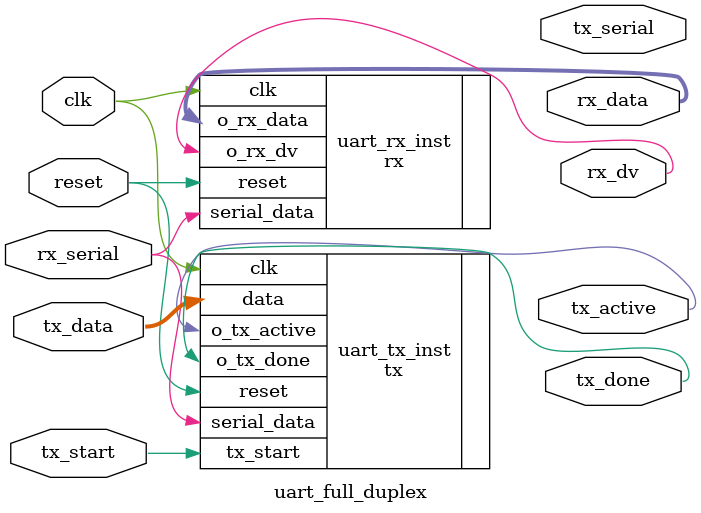
<source format=v>
`timescale 1ns / 1ps

module uart_full_duplex(
    input  wire       clk,
    input  wire       reset,

    // UART interface
    input  wire       rx_serial,       // Input serial line
    output wire       tx_serial,       // Output serial line

    // Transmit interface
    input  wire       tx_start,        // Trigger to start transmission
    input  wire [7:0] tx_data,         // Data to transmit
    output wire       tx_active,       // TX is active
    output wire       tx_done,         // TX is done

    // Receive interface
    output wire       rx_dv,           // Data valid
    output wire [7:0] rx_data          // Received data
);

  //----------------------------------------------------------
  // TX Instance
  //----------------------------------------------------------
  tx uart_tx_inst (
    .reset(reset),
    .clk(clk),
    .tx_start(tx_start),
    .data(tx_data),
    .o_tx_active(tx_active),
    .serial_data(rx_serial),
    .o_tx_done(tx_done)
  );
 
  //----------------------------------------------------------
  // RX Instance
  //----------------------------------------------------------
  rx uart_rx_inst (
    .clk(clk),
    .reset(reset),
    .serial_data(rx_serial),
    .o_rx_dv(rx_dv),
    .o_rx_data(rx_data)
  );

endmodule

</source>
